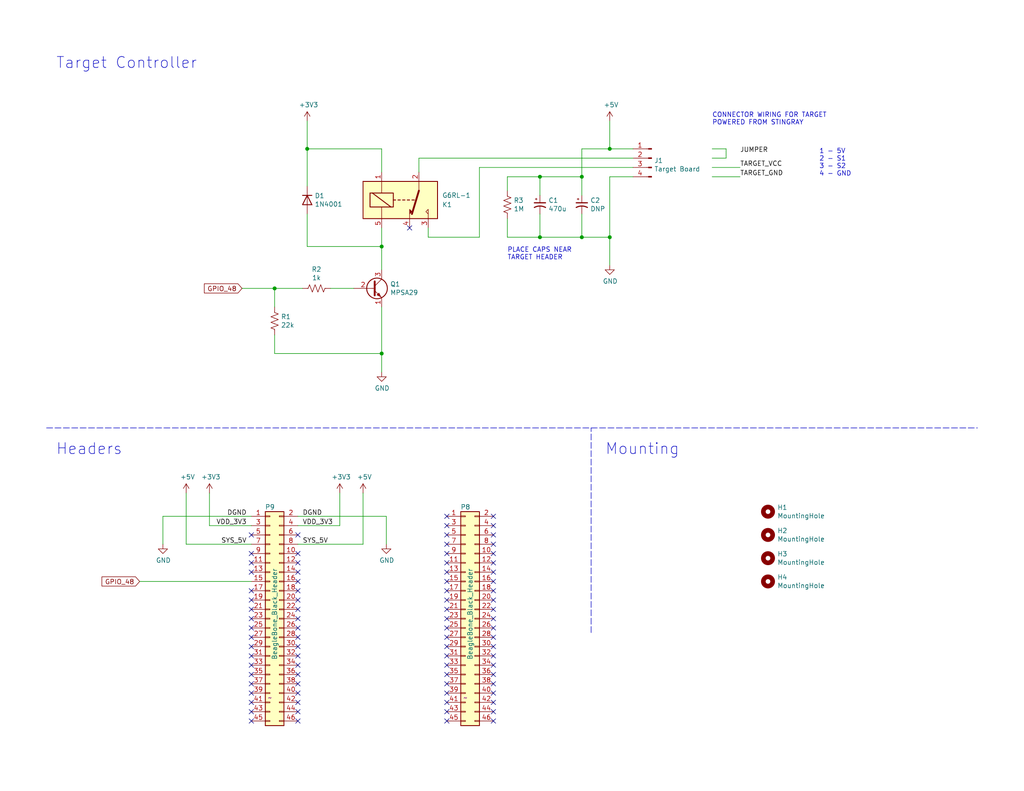
<source format=kicad_sch>
(kicad_sch (version 20211123) (generator eeschema)
  (paper "USLetter")
  (title_block (title "Stingray BBB Cape") (date "2023-01-02") (rev "A2") (company "An Alex McLain Design") (comment 1 "AM"))
  (lib_symbols
    (symbol "Connector:Conn_01x04_Male" (pin_names (offset 1.016) hide)
      (property "Reference" "J" (at 0 5.08 0))
      (property "Value" "Conn_01x04_Male" (at 0 -7.62 0))
      (symbol "Conn_01x04_Male_1_1"
        (polyline (pts (xy 1.27 -5.08) (xy 0.8636 -5.08)) (stroke (width 0.1524)))
        (polyline (pts (xy 1.27 -2.54) (xy 0.8636 -2.54)) (stroke (width 0.1524)))
        (polyline (pts (xy 1.27 0) (xy 0.8636 0)) (stroke (width 0.1524)))
        (polyline (pts (xy 1.27 2.54) (xy 0.8636 2.54)) (stroke (width 0.1524)))
        (rectangle (start 0.8636 -4.953) (end 0 -5.207) (stroke (width 0.1524)) (fill (type outline)))
        (rectangle (start 0.8636 -2.413) (end 0 -2.667) (stroke (width 0.1524)) (fill (type outline)))
        (rectangle (start 0.8636 0.127) (end 0 -0.127) (stroke (width 0.1524)) (fill (type outline)))
        (rectangle (start 0.8636 2.667) (end 0 2.413) (stroke (width 0.1524)) (fill (type outline)))
        (pin passive line (at 5.08 2.54 180) (length 3.81) (name "Pin_1") (number "1"))
        (pin passive line (at 5.08 0 180) (length 3.81) (name "Pin_2") (number "2"))
        (pin passive line (at 5.08 -2.54 180) (length 3.81) (name "Pin_3") (number "3"))
        (pin passive line (at 5.08 -5.08 180) (length 3.81) (name "Pin_4") (number "4"))
      )
    )
    (symbol "Connector_Generic:Conn_02x23_Odd_Even" (pin_names (offset 1.016) hide)
      (property "Reference" "J" (at 1.27 30.48 0))
      (property "Value" "Conn_02x23_Odd_Even" (at 1.27 -30.48 0))
      (symbol "Conn_02x23_Odd_Even_1_1"
        (rectangle (start -1.27 -27.813) (end 0 -28.067) (stroke (width 0.1524)))
        (rectangle (start -1.27 -25.273) (end 0 -25.527) (stroke (width 0.1524)))
        (rectangle (start -1.27 -22.733) (end 0 -22.987) (stroke (width 0.1524)))
        (rectangle (start -1.27 -20.193) (end 0 -20.447) (stroke (width 0.1524)))
        (rectangle (start -1.27 -17.653) (end 0 -17.907) (stroke (width 0.1524)))
        (rectangle (start -1.27 -15.113) (end 0 -15.367) (stroke (width 0.1524)))
        (rectangle (start -1.27 -12.573) (end 0 -12.827) (stroke (width 0.1524)))
        (rectangle (start -1.27 -10.033) (end 0 -10.287) (stroke (width 0.1524)))
        (rectangle (start -1.27 -7.493) (end 0 -7.747) (stroke (width 0.1524)))
        (rectangle (start -1.27 -4.953) (end 0 -5.207) (stroke (width 0.1524)))
        (rectangle (start -1.27 -2.413) (end 0 -2.667) (stroke (width 0.1524)))
        (rectangle (start -1.27 0.127) (end 0 -0.127) (stroke (width 0.1524)))
        (rectangle (start -1.27 2.667) (end 0 2.413) (stroke (width 0.1524)))
        (rectangle (start -1.27 5.207) (end 0 4.953) (stroke (width 0.1524)))
        (rectangle (start -1.27 7.747) (end 0 7.493) (stroke (width 0.1524)))
        (rectangle (start -1.27 10.287) (end 0 10.033) (stroke (width 0.1524)))
        (rectangle (start -1.27 12.827) (end 0 12.573) (stroke (width 0.1524)))
        (rectangle (start -1.27 15.367) (end 0 15.113) (stroke (width 0.1524)))
        (rectangle (start -1.27 17.907) (end 0 17.653) (stroke (width 0.1524)))
        (rectangle (start -1.27 20.447) (end 0 20.193) (stroke (width 0.1524)))
        (rectangle (start -1.27 22.987) (end 0 22.733) (stroke (width 0.1524)))
        (rectangle (start -1.27 25.527) (end 0 25.273) (stroke (width 0.1524)))
        (rectangle (start -1.27 28.067) (end 0 27.813) (stroke (width 0.1524)))
        (rectangle (start -1.27 29.21) (end 3.81 -29.21) (stroke (width 0.254)) (fill (type background)))
        (rectangle (start 3.81 -27.813) (end 2.54 -28.067) (stroke (width 0.1524)))
        (rectangle (start 3.81 -25.273) (end 2.54 -25.527) (stroke (width 0.1524)))
        (rectangle (start 3.81 -22.733) (end 2.54 -22.987) (stroke (width 0.1524)))
        (rectangle (start 3.81 -20.193) (end 2.54 -20.447) (stroke (width 0.1524)))
        (rectangle (start 3.81 -17.653) (end 2.54 -17.907) (stroke (width 0.1524)))
        (rectangle (start 3.81 -15.113) (end 2.54 -15.367) (stroke (width 0.1524)))
        (rectangle (start 3.81 -12.573) (end 2.54 -12.827) (stroke (width 0.1524)))
        (rectangle (start 3.81 -10.033) (end 2.54 -10.287) (stroke (width 0.1524)))
        (rectangle (start 3.81 -7.493) (end 2.54 -7.747) (stroke (width 0.1524)))
        (rectangle (start 3.81 -4.953) (end 2.54 -5.207) (stroke (width 0.1524)))
        (rectangle (start 3.81 -2.413) (end 2.54 -2.667) (stroke (width 0.1524)))
        (rectangle (start 3.81 0.127) (end 2.54 -0.127) (stroke (width 0.1524)))
        (rectangle (start 3.81 2.667) (end 2.54 2.413) (stroke (width 0.1524)))
        (rectangle (start 3.81 5.207) (end 2.54 4.953) (stroke (width 0.1524)))
        (rectangle (start 3.81 7.747) (end 2.54 7.493) (stroke (width 0.1524)))
        (rectangle (start 3.81 10.287) (end 2.54 10.033) (stroke (width 0.1524)))
        (rectangle (start 3.81 12.827) (end 2.54 12.573) (stroke (width 0.1524)))
        (rectangle (start 3.81 15.367) (end 2.54 15.113) (stroke (width 0.1524)))
        (rectangle (start 3.81 17.907) (end 2.54 17.653) (stroke (width 0.1524)))
        (rectangle (start 3.81 20.447) (end 2.54 20.193) (stroke (width 0.1524)))
        (rectangle (start 3.81 22.987) (end 2.54 22.733) (stroke (width 0.1524)))
        (rectangle (start 3.81 25.527) (end 2.54 25.273) (stroke (width 0.1524)))
        (rectangle (start 3.81 28.067) (end 2.54 27.813) (stroke (width 0.1524)))
        (pin passive line (at -5.08 27.94 0) (length 3.81) (name "Pin_1") (number "1"))
        (pin passive line (at 7.62 17.78 180) (length 3.81) (name "Pin_10") (number "10"))
        (pin passive line (at -5.08 15.24 0) (length 3.81) (name "Pin_11") (number "11"))
        (pin passive line (at 7.62 15.24 180) (length 3.81) (name "Pin_12") (number "12"))
        (pin passive line (at -5.08 12.7 0) (length 3.81) (name "Pin_13") (number "13"))
        (pin passive line (at 7.62 12.7 180) (length 3.81) (name "Pin_14") (number "14"))
        (pin passive line (at -5.08 10.16 0) (length 3.81) (name "Pin_15") (number "15"))
        (pin passive line (at 7.62 10.16 180) (length 3.81) (name "Pin_16") (number "16"))
        (pin passive line (at -5.08 7.62 0) (length 3.81) (name "Pin_17") (number "17"))
        (pin passive line (at 7.62 7.62 180) (length 3.81) (name "Pin_18") (number "18"))
        (pin passive line (at -5.08 5.08 0) (length 3.81) (name "Pin_19") (number "19"))
        (pin passive line (at 7.62 27.94 180) (length 3.81) (name "Pin_2") (number "2"))
        (pin passive line (at 7.62 5.08 180) (length 3.81) (name "Pin_20") (number "20"))
        (pin passive line (at -5.08 2.54 0) (length 3.81) (name "Pin_21") (number "21"))
        (pin passive line (at 7.62 2.54 180) (length 3.81) (name "Pin_22") (number "22"))
        (pin passive line (at -5.08 0 0) (length 3.81) (name "Pin_23") (number "23"))
        (pin passive line (at 7.62 0 180) (length 3.81) (name "Pin_24") (number "24"))
        (pin passive line (at -5.08 -2.54 0) (length 3.81) (name "Pin_25") (number "25"))
        (pin passive line (at 7.62 -2.54 180) (length 3.81) (name "Pin_26") (number "26"))
        (pin passive line (at -5.08 -5.08 0) (length 3.81) (name "Pin_27") (number "27"))
        (pin passive line (at 7.62 -5.08 180) (length 3.81) (name "Pin_28") (number "28"))
        (pin passive line (at -5.08 -7.62 0) (length 3.81) (name "Pin_29") (number "29"))
        (pin passive line (at -5.08 25.4 0) (length 3.81) (name "Pin_3") (number "3"))
        (pin passive line (at 7.62 -7.62 180) (length 3.81) (name "Pin_30") (number "30"))
        (pin passive line (at -5.08 -10.16 0) (length 3.81) (name "Pin_31") (number "31"))
        (pin passive line (at 7.62 -10.16 180) (length 3.81) (name "Pin_32") (number "32"))
        (pin passive line (at -5.08 -12.7 0) (length 3.81) (name "Pin_33") (number "33"))
        (pin passive line (at 7.62 -12.7 180) (length 3.81) (name "Pin_34") (number "34"))
        (pin passive line (at -5.08 -15.24 0) (length 3.81) (name "Pin_35") (number "35"))
        (pin passive line (at 7.62 -15.24 180) (length 3.81) (name "Pin_36") (number "36"))
        (pin passive line (at -5.08 -17.78 0) (length 3.81) (name "Pin_37") (number "37"))
        (pin passive line (at 7.62 -17.78 180) (length 3.81) (name "Pin_38") (number "38"))
        (pin passive line (at -5.08 -20.32 0) (length 3.81) (name "Pin_39") (number "39"))
        (pin passive line (at 7.62 25.4 180) (length 3.81) (name "Pin_4") (number "4"))
        (pin passive line (at 7.62 -20.32 180) (length 3.81) (name "Pin_40") (number "40"))
        (pin passive line (at -5.08 -22.86 0) (length 3.81) (name "Pin_41") (number "41"))
        (pin passive line (at 7.62 -22.86 180) (length 3.81) (name "Pin_42") (number "42"))
        (pin passive line (at -5.08 -25.4 0) (length 3.81) (name "Pin_43") (number "43"))
        (pin passive line (at 7.62 -25.4 180) (length 3.81) (name "Pin_44") (number "44"))
        (pin passive line (at -5.08 -27.94 0) (length 3.81) (name "Pin_45") (number "45"))
        (pin passive line (at 7.62 -27.94 180) (length 3.81) (name "Pin_46") (number "46"))
        (pin passive line (at -5.08 22.86 0) (length 3.81) (name "Pin_5") (number "5"))
        (pin passive line (at 7.62 22.86 180) (length 3.81) (name "Pin_6") (number "6"))
        (pin passive line (at -5.08 20.32 0) (length 3.81) (name "Pin_7") (number "7"))
        (pin passive line (at 7.62 20.32 180) (length 3.81) (name "Pin_8") (number "8"))
        (pin passive line (at -5.08 17.78 0) (length 3.81) (name "Pin_9") (number "9"))
      )
    )
    (symbol "Device:C_Polarized_Small_US" (pin_numbers hide) (pin_names (offset 0.254) hide)
      (property "Reference" "C" (at 0.254 1.778 0))
      (property "Value" "C_Polarized_Small_US" (at 0.254 -2.032 0))
      (symbol "C_Polarized_Small_US_0_1"
        (polyline (pts (xy -1.524 0.508) (xy 1.524 0.508)) (stroke (width 0.3048)))
        (polyline (pts (xy -1.27 1.524) (xy -0.762 1.524)))
        (polyline (pts (xy -1.016 1.27) (xy -1.016 1.778)))
        (arc (start 1.524 -0.762) (mid 0 -0.3734) (end -1.524 -0.762) (stroke (width 0.3048)))
      )
      (symbol "C_Polarized_Small_US_1_1"
        (pin passive line (at 0 2.54 270) (length 2.032) (name "~") (number "1"))
        (pin passive line (at 0 -2.54 90) (length 2.032) (name "~") (number "2"))
      )
    )
    (symbol "Device:R_US" (pin_numbers hide) (pin_names (offset 0))
      (property "Reference" "R" (at 2.54 0 90))
      (property "Value" "R_US" (at -2.54 0 90))
      (symbol "R_US_0_1"
        (polyline (pts (xy 0 -2.286) (xy 0 -2.54)))
        (polyline (pts (xy 0 2.286) (xy 0 2.54)))
        (polyline (pts (xy 0 -0.762) (xy 1.016 -1.143) (xy 0 -1.524) (xy -1.016 -1.905) (xy 0 -2.286)))
        (polyline (pts (xy 0 0.762) (xy 1.016 0.381) (xy 0 0) (xy -1.016 -0.381) (xy 0 -0.762)))
        (polyline (pts (xy 0 2.286) (xy 1.016 1.905) (xy 0 1.524) (xy -1.016 1.143) (xy 0 0.762)))
      )
      (symbol "R_US_1_1"
        (pin passive line (at 0 3.81 270) (length 1.27) (name "~") (number "1"))
        (pin passive line (at 0 -3.81 90) (length 1.27) (name "~") (number "2"))
      )
    )
    (symbol "Diode:1N4001" (pin_numbers hide) (pin_names hide)
      (property "Reference" "D" (at 0 2.54 0))
      (property "Value" "1N4001" (at 0 -2.54 0))
      (symbol "1N4001_0_1"
        (polyline (pts (xy -1.27 1.27) (xy -1.27 -1.27)) (stroke (width 0.254)))
        (polyline (pts (xy 1.27 0) (xy -1.27 0)))
        (polyline (pts (xy 1.27 1.27) (xy 1.27 -1.27) (xy -1.27 0) (xy 1.27 1.27)) (stroke (width 0.254)))
      )
      (symbol "1N4001_1_1"
        (pin passive line (at -3.81 0 0) (length 2.54) (name "K") (number "1"))
        (pin passive line (at 3.81 0 180) (length 2.54) (name "A") (number "2"))
      )
    )
    (symbol "Mechanical:MountingHole" (pin_names (offset 1.016))
      (property "Reference" "H" (at 0 5.08 0))
      (property "Value" "MountingHole" (at 0 3.175 0))
      (symbol "MountingHole_0_1"
        (circle (center 0 0) (radius 1.27) (stroke (width 1.27)))
      )
    )
    (symbol "Transistor_BJT:MPSA42" (pin_names (offset 1.016) hide)
      (property "Reference" "Q" (at 5.08 1.905 0))
      (property "Value" "MPSA42" (at 5.08 0 0))
      (symbol "MPSA42_0_1"
        (polyline (pts (xy 0 0) (xy 0.635 0)))
        (polyline (pts (xy 0.635 0.635) (xy 2.54 2.54)))
        (polyline (pts (xy 0.635 -0.635) (xy 2.54 -2.54) (xy 2.54 -2.54)))
        (polyline (pts (xy 0.635 1.905) (xy 0.635 -1.905) (xy 0.635 -1.905)) (stroke (width 0.508)))
        (polyline (pts (xy 1.27 -1.778) (xy 1.778 -1.27) (xy 2.286 -2.286) (xy 1.27 -1.778) (xy 1.27 -1.778)) (fill (type outline)))
        (circle (center 1.27 0) (radius 2.8194) (stroke (width 0.254)))
      )
      (symbol "MPSA42_1_1"
        (pin passive line (at 2.54 -5.08 90) (length 2.54) (name "E") (number "1"))
        (pin input line (at -5.08 0 0) (length 5.08) (name "B") (number "2"))
        (pin passive line (at 2.54 5.08 270) (length 2.54) (name "C") (number "3"))
      )
    )
    (symbol "am_omron:G6RL-1"
      (property "Reference" "K" (at 11.43 2.54 0))
      (property "Value" "G6RL-1" (at 11.43 0 0))
      (symbol "G6RL-1_0_0"
        (polyline (pts (xy 7.62 -5.08) (xy 7.62 -2.54) (xy 6.985 -3.175) (xy 7.62 -3.81)))
      )
      (symbol "G6RL-1_0_1"
        (rectangle (start -10.16 -5.08) (end 10.16 5.08) (stroke (width 0.254)) (fill (type background)))
        (rectangle (start -8.255 -1.905) (end -1.905 1.905) (stroke (width 0.254)))
        (polyline (pts (xy -7.62 1.905) (xy -2.54 -1.905)) (stroke (width 0.254)))
        (polyline (pts (xy -5.08 -5.08) (xy -5.08 -1.905)))
        (polyline (pts (xy -5.08 5.08) (xy -5.08 1.905)))
        (polyline (pts (xy -1.905 0) (xy -1.27 0)) (stroke (width 0.254)))
        (polyline (pts (xy -0.635 0) (xy 0 0)) (stroke (width 0.254)))
        (polyline (pts (xy 0.635 0) (xy 1.27 0)) (stroke (width 0.254)))
        (polyline (pts (xy 1.905 0) (xy 2.54 0)) (stroke (width 0.254)))
        (polyline (pts (xy 3.175 0) (xy 3.81 0)) (stroke (width 0.254)))
        (polyline (pts (xy 5.08 2.54) (xy 3.175 -3.81)) (stroke (width 0.508)))
        (polyline (pts (xy 5.08 2.54) (xy 5.08 5.08)))
        (polyline (pts (xy 2.54 -5.08) (xy 2.54 -2.54) (xy 3.175 -3.175) (xy 2.54 -3.81)) (fill (type outline)))
      )
      (symbol "G6RL-1_1_1"
        (pin passive line (at -5.08 7.62 270) (length 2.54) (name "~") (number "1"))
        (pin passive line (at 5.08 7.62 270) (length 2.54) (name "~") (number "2"))
        (pin passive line (at 7.62 -7.62 90) (length 2.54) (name "~") (number "3"))
        (pin passive line (at 2.54 -7.62 90) (length 2.54) (name "~") (number "4"))
        (pin passive line (at -5.08 -7.62 90) (length 2.54) (name "~") (number "5"))
      )
    )
    (symbol "power:+3V3" (power) (pin_names (offset 0))
      (property "Value" "+3V3" (at 0 3.556 0))
      (symbol "+3V3_0_1"
        (polyline (pts (xy -0.762 1.27) (xy 0 2.54)))
        (polyline (pts (xy 0 0) (xy 0 2.54)))
        (polyline (pts (xy 0 2.54) (xy 0.762 1.27)))
      )
      (symbol "+3V3_1_1"
        (pin power_in line (at 0 0 90) (length 0) hide (name "+3V3") (number "1"))
      )
    )
    (symbol "power:+5V" (power) (pin_names (offset 0))
      (property "Value" "+5V" (at 0 3.556 0))
      (symbol "+5V_0_1"
        (polyline (pts (xy -0.762 1.27) (xy 0 2.54)))
        (polyline (pts (xy 0 0) (xy 0 2.54)))
        (polyline (pts (xy 0 2.54) (xy 0.762 1.27)))
      )
      (symbol "+5V_1_1"
        (pin power_in line (at 0 0 90) (length 0) hide (name "+5V") (number "1"))
      )
    )
    (symbol "power:GND" (power) (pin_names (offset 0))
      (property "Value" "GND" (at 0 -3.81 0))
      (symbol "GND_0_1"
        (polyline (pts (xy 0 0) (xy 0 -1.27) (xy 1.27 -1.27) (xy 0 -2.54) (xy -1.27 -1.27) (xy 0 -1.27)))
      )
      (symbol "GND_1_1"
        (pin power_in line (at 0 0 270) (length 0) hide (name "GND") (number "1"))
      )
    )
  )
  (junction (at 83.82 40.64))
  (junction (at 158.75 64.77))
  (junction (at 104.14 96.52))
  (junction (at 166.37 64.77))
  (junction (at 104.14 67.31))
  (junction (at 166.37 40.64))
  (junction (at 158.75 48.26))
  (junction (at 147.32 48.26))
  (junction (at 74.93 78.74))
  (junction (at 147.32 64.77))
  (no_connect (at 121.92 184.15))
  (no_connect (at 68.58 163.83))
  (no_connect (at 134.62 173.99))
  (no_connect (at 134.62 158.75))
  (no_connect (at 121.92 194.31))
  (no_connect (at 68.58 181.61))
  (no_connect (at 121.92 196.85))
  (no_connect (at 68.58 146.05))
  (no_connect (at 81.28 173.99))
  (no_connect (at 121.92 186.69))
  (no_connect (at 134.62 171.45))
  (no_connect (at 121.92 189.23))
  (no_connect (at 81.28 179.07))
  (no_connect (at 121.92 163.83))
  (no_connect (at 68.58 156.21))
  (no_connect (at 81.28 146.05))
  (no_connect (at 68.58 191.77))
  (no_connect (at 68.58 196.85))
  (no_connect (at 81.28 176.53))
  (no_connect (at 134.62 196.85))
  (no_connect (at 134.62 184.15))
  (no_connect (at 134.62 181.61))
  (no_connect (at 81.28 184.15))
  (no_connect (at 81.28 158.75))
  (no_connect (at 81.28 153.67))
  (no_connect (at 134.62 140.97))
  (no_connect (at 68.58 173.99))
  (no_connect (at 134.62 161.29))
  (no_connect (at 134.62 176.53))
  (no_connect (at 68.58 168.91))
  (no_connect (at 121.92 179.07))
  (no_connect (at 121.92 171.45))
  (no_connect (at 121.92 173.99))
  (no_connect (at 68.58 161.29))
  (no_connect (at 81.28 191.77))
  (no_connect (at 68.58 171.45))
  (no_connect (at 121.92 166.37))
  (no_connect (at 81.28 161.29))
  (no_connect (at 68.58 151.13))
  (no_connect (at 121.92 181.61))
  (no_connect (at 68.58 189.23))
  (no_connect (at 81.28 181.61))
  (no_connect (at 134.62 156.21))
  (no_connect (at 68.58 176.53))
  (no_connect (at 81.28 171.45))
  (no_connect (at 134.62 168.91))
  (no_connect (at 121.92 148.59))
  (no_connect (at 81.28 196.85))
  (no_connect (at 121.92 191.77))
  (no_connect (at 134.62 146.05))
  (no_connect (at 121.92 158.75))
  (no_connect (at 121.92 161.29))
  (no_connect (at 121.92 153.67))
  (no_connect (at 134.62 143.51))
  (no_connect (at 134.62 166.37))
  (no_connect (at 111.76 62.23))
  (no_connect (at 134.62 153.67))
  (no_connect (at 81.28 156.21))
  (no_connect (at 81.28 194.31))
  (no_connect (at 121.92 176.53))
  (no_connect (at 134.62 163.83))
  (no_connect (at 81.28 166.37))
  (no_connect (at 121.92 146.05))
  (no_connect (at 121.92 156.21))
  (no_connect (at 81.28 186.69))
  (no_connect (at 81.28 151.13))
  (no_connect (at 121.92 168.91))
  (no_connect (at 121.92 140.97))
  (no_connect (at 68.58 194.31))
  (no_connect (at 68.58 186.69))
  (no_connect (at 134.62 191.77))
  (no_connect (at 134.62 189.23))
  (no_connect (at 81.28 163.83))
  (no_connect (at 81.28 168.91))
  (no_connect (at 134.62 194.31))
  (no_connect (at 134.62 179.07))
  (no_connect (at 68.58 166.37))
  (no_connect (at 134.62 186.69))
  (no_connect (at 81.28 189.23))
  (no_connect (at 68.58 184.15))
  (no_connect (at 68.58 179.07))
  (no_connect (at 134.62 151.13))
  (no_connect (at 68.58 153.67))
  (no_connect (at 121.92 143.51))
  (no_connect (at 134.62 148.59))
  (no_connect (at 121.92 151.13))
  (wire (pts (xy 158.75 48.26) (xy 158.75 53.34)))
  (wire (pts (xy 104.14 83.82) (xy 104.14 96.52)))
  (wire (pts (xy 158.75 64.77) (xy 166.37 64.77)))
  (wire (pts (xy 44.45 140.97) (xy 44.45 148.59)))
  (wire (pts (xy 130.81 64.77) (xy 130.81 45.72)))
  (wire (pts (xy 50.8 134.62) (xy 50.8 148.59)))
  (wire (pts (xy 74.93 96.52) (xy 104.14 96.52)))
  (wire (pts (xy 104.14 40.64) (xy 104.14 46.99)))
  (wire (pts (xy 105.41 140.97) (xy 105.41 148.59)))
  (wire (pts (xy 114.3 43.18) (xy 172.72 43.18)))
  (wire (pts (xy 198.12 40.64) (xy 198.12 43.18)))
  (wire (pts (xy 83.82 33.02) (xy 83.82 40.64)))
  (wire (pts (xy 38.1 158.75) (xy 68.58 158.75)))
  (wire (pts (xy 194.31 48.26) (xy 201.93 48.26)))
  (wire (pts (xy 147.32 64.77) (xy 158.75 64.77)))
  (wire (pts (xy 83.82 58.42) (xy 83.82 67.31)))
  (wire (pts (xy 138.43 59.69) (xy 138.43 64.77)))
  (wire (pts (xy 74.93 78.74) (xy 74.93 83.82)))
  (wire (pts (xy 83.82 40.64) (xy 83.82 50.8)))
  (wire (pts (xy 66.04 78.74) (xy 74.93 78.74)))
  (wire (pts (xy 116.84 62.23) (xy 116.84 64.77)))
  (wire (pts (xy 158.75 40.64) (xy 166.37 40.64)))
  (wire (pts (xy 147.32 58.42) (xy 147.32 64.77)))
  (wire (pts (xy 104.14 40.64) (xy 83.82 40.64)))
  (wire (pts (xy 104.14 62.23) (xy 104.14 67.31)))
  (wire (pts (xy 81.28 140.97) (xy 105.41 140.97)))
  (wire (pts (xy 104.14 101.6) (xy 104.14 96.52)))
  (wire (pts (xy 114.3 46.99) (xy 114.3 43.18)))
  (wire (pts (xy 57.15 134.62) (xy 57.15 143.51)))
  (wire (pts (xy 81.28 143.51) (xy 92.71 143.51)))
  (wire (pts (xy 147.32 48.26) (xy 138.43 48.26)))
  (polyline (pts (xy 161.29 172.72) (xy 161.29 116.84)))
  (wire (pts (xy 104.14 67.31) (xy 104.14 73.66)))
  (wire (pts (xy 57.15 143.51) (xy 68.58 143.51)))
  (wire (pts (xy 74.93 91.44) (xy 74.93 96.52)))
  (wire (pts (xy 147.32 48.26) (xy 158.75 48.26)))
  (wire (pts (xy 166.37 64.77) (xy 166.37 72.39)))
  (wire (pts (xy 99.06 148.59) (xy 81.28 148.59)))
  (wire (pts (xy 194.31 45.72) (xy 201.93 45.72)))
  (wire (pts (xy 50.8 148.59) (xy 68.58 148.59)))
  (wire (pts (xy 172.72 48.26) (xy 166.37 48.26)))
  (wire (pts (xy 130.81 45.72) (xy 172.72 45.72)))
  (wire (pts (xy 166.37 40.64) (xy 172.72 40.64)))
  (wire (pts (xy 198.12 43.18) (xy 194.31 43.18)))
  (wire (pts (xy 138.43 48.26) (xy 138.43 52.07)))
  (wire (pts (xy 68.58 140.97) (xy 44.45 140.97)))
  (wire (pts (xy 166.37 48.26) (xy 166.37 64.77)))
  (wire (pts (xy 83.82 67.31) (xy 104.14 67.31)))
  (polyline (pts (xy 161.29 116.84) (xy 266.7 116.84)))
  (wire (pts (xy 158.75 48.26) (xy 158.75 40.64)))
  (wire (pts (xy 147.32 48.26) (xy 147.32 53.34)))
  (wire (pts (xy 90.17 78.74) (xy 96.52 78.74)))
  (wire (pts (xy 116.84 64.77) (xy 130.81 64.77)))
  (wire (pts (xy 74.93 78.74) (xy 82.55 78.74)))
  (wire (pts (xy 99.06 134.62) (xy 99.06 148.59)))
  (polyline (pts (xy 12.7 116.84) (xy 161.29 116.84)))
  (wire (pts (xy 147.32 64.77) (xy 138.43 64.77)))
  (wire (pts (xy 92.71 134.62) (xy 92.71 143.51)))
  (wire (pts (xy 194.31 40.64) (xy 198.12 40.64)))
  (wire (pts (xy 158.75 58.42) (xy 158.75 64.77)))
  (wire (pts (xy 166.37 33.02) (xy 166.37 40.64)))
  (text "Headers" (at 15.24 124.46 0) (effects (font (size 3 3)) (justify left bottom)))
  (text "Target Controller" (at 15.24 19.05 0) (effects (font (size 3 3)) (justify left bottom)))
  (text "1 - 5V\n2 - S1\n3 - S2\n4 - GND" (at 223.52 48.26 0) (effects (font (size 1.27 1.27)) (justify left bottom)))
  (text "Mounting" (at 165.1 124.46 0) (effects (font (size 3 3)) (justify left bottom)))
  (text "PLACE CAPS NEAR\nTARGET HEADER" (at 138.43 71.12 0) (effects (font (size 1.27 1.27)) (justify left bottom)))
  (text "CONNECTOR WIRING FOR TARGET\nPOWERED FROM STINGRAY" (at 194.31 34.29 0) (effects (font (size 1.27 1.27)) (justify left bottom)))
  (label "JUMPER" (at 201.93 41.91 0))
  (label "DGND" (at 67.31 140.97 180))
  (label "VDD_3V3" (at 67.31 143.51 180))
  (label "TARGET_VCC" (at 201.93 45.72 0))
  (label "DGND" (at 82.55 140.97 0))
  (label "TARGET_GND" (at 201.93 48.26 0))
  (label "VDD_3V3" (at 82.55 143.51 0))
  (label "SYS_5V" (at 82.55 148.59 0))
  (label "SYS_5V" (at 67.31 148.59 180))
  (global_label "GPIO_48" (shape input) (at 38.1 158.75 180) (property "Intersheet References" "${INTERSHEET_REFS}" (effects hide)))
  (global_label "GPIO_48" (shape input) (at 66.04 78.74 180) (property "Intersheet References" "${INTERSHEET_REFS}" (effects hide)))
  (symbol (lib_id "Connector_Generic:Conn_02x23_Odd_Even") (at 73.66 168.91 0) (unit 1)
    (property "Reference" "P9" (at 73.66 138.43 0))
    (property "Value" "BeagleBone_Black_Header" (at 74.93 167.64 90))
    (property "Footprint" "Socket_BeagleBone_Black:Socket_BeagleBone_Black" (effects hide))
    (property "Datasheet" "~" (at 73.66 190.5 0) (effects (font (size 1.524 1.524))))
  )
  (symbol (lib_id "Connector_Generic:Conn_02x23_Odd_Even") (at 127 168.91 0) (unit 1)
    (property "Reference" "P8" (at 127 138.43 0))
    (property "Value" "BeagleBone_Black_Header" (at 128.27 167.64 90))
    (property "Footprint" "Socket_BeagleBone_Black:Socket_BeagleBone_Black" (effects hide))
    (property "Datasheet" "~" (at 127 190.5 0) (effects (font (size 1.524 1.524))))
  )
  (symbol (lib_id "Transistor_BJT:MPSA42") (at 101.6 78.74 0) (unit 1)
    (property "Reference" "Q1" (at 106.4514 77.5716 0) (effects (justify left)))
    (property "Value" "MPSA29" (at 106.4514 79.883 0) (effects (justify left)))
    (property "Footprint" "Package_TO_SOT_THT:TO-92_Inline" (effects hide))
    (property "Datasheet" "http://www.onsemi.com/pub_link/Collateral/MPSA42-D.PDF" (effects hide))
  )
  (symbol (lib_id "Diode:1N4001") (at 83.82 54.61 270) (unit 1)
    (property "Reference" "D1" (at 85.852 53.4416 90) (effects (justify left)))
    (property "Value" "1N4001" (at 85.852 55.753 90) (effects (justify left)))
    (property "Footprint" "Diode_THT:D_DO-41_SOD81_P10.16mm_Horizontal" (effects hide))
    (property "Datasheet" "http://www.vishay.com/docs/88503/1n4001.pdf" (effects hide))
  )
  (symbol (lib_id "power:GND") (at 104.14 101.6 0) (unit 1)
    (property "Reference" "#PWR0101" (effects hide))
    (property "Value" "GND" (at 104.267 105.9942 0))
  )
  (symbol (lib_id "power:+3V3") (at 83.82 33.02 0) (unit 1)
    (property "Reference" "#VDD_3V03" (effects hide))
    (property "Value" "+3V3" (at 84.201 28.6258 0))
  )
  (symbol (lib_id "Device:R_US") (at 74.93 87.63 0) (unit 1)
    (property "Reference" "R1" (at 76.6572 86.4616 0) (effects (justify left)))
    (property "Value" "22k" (at 76.6572 88.773 0) (effects (justify left)))
    (property "Footprint" "Resistor_THT:R_Axial_DIN0207_L6.3mm_D2.5mm_P10.16mm_Horizontal" (effects hide))
  )
  (symbol (lib_id "Device:R_US") (at 86.36 78.74 270) (unit 1)
    (property "Reference" "R2" (at 86.36 73.533 90))
    (property "Value" "1k" (at 86.36 75.8444 90))
    (property "Footprint" "Resistor_THT:R_Axial_DIN0207_L6.3mm_D2.5mm_P10.16mm_Horizontal" (effects hide))
  )
  (symbol (lib_id "am_omron:G6RL-1") (at 109.22 54.61 0) (unit 1)
    (property "Reference" "K1" (at 120.65 55.88 0) (effects (justify left)))
    (property "Value" "G6RL-1" (at 120.65 53.34 0) (effects (justify left)))
    (property "Footprint" "Relay_THT:Relay_SPDT_Omron_G6RL-1" (effects hide))
    (property "Datasheet" "https://omronfs.omron.com/en_US/ecb/products/pdf/en-g6rl.pdf" (effects hide))
  )
  (symbol (lib_id "Connector:Conn_01x04_Male") (at 177.8 43.18 0) (mirror y) (unit 1)
    (property "Reference" "J1" (at 178.5112 43.8404 0) (effects (justify right)))
    (property "Value" "Target Board" (at 178.5112 46.1518 0) (effects (justify right)))
    (property "Footprint" "Connector_Phoenix_MC:PhoenixContact_MC_1,5_4-G-3.81_1x04_P3.81mm_Horizontal" (effects hide))
  )
  (symbol (lib_id "power:+5V") (at 166.37 33.02 0) (unit 1)
    (property "Reference" "#PWR0102" (effects hide))
    (property "Value" "+5V" (at 166.751 28.6258 0))
  )
  (symbol (lib_id "Device:C_Polarized_Small_US") (at 147.32 55.88 0) (unit 1)
    (property "Reference" "C1" (at 149.6314 54.7116 0) (effects (justify left)))
    (property "Value" "470u" (at 149.6314 57.023 0) (effects (justify left)))
    (property "Footprint" "Capacitor_THT:CP_Radial_D8.0mm_P5.00mm" (effects hide))
  )
  (symbol (lib_id "Device:R_US") (at 138.43 55.88 0) (unit 1)
    (property "Reference" "R3" (at 140.1572 54.7116 0) (effects (justify left)))
    (property "Value" "1M" (at 140.1572 57.023 0) (effects (justify left)))
    (property "Footprint" "Resistor_THT:R_Axial_DIN0207_L6.3mm_D2.5mm_P10.16mm_Horizontal" (effects hide))
  )
  (symbol (lib_id "power:GND") (at 166.37 72.39 0) (unit 1)
    (property "Reference" "#PWR0103" (effects hide))
    (property "Value" "GND" (at 166.497 76.7842 0))
  )
  (symbol (lib_id "Mechanical:MountingHole") (at 209.55 139.7 0) (unit 1)
    (property "Reference" "H1" (at 212.09 138.5316 0) (effects (justify left)))
    (property "Value" "MountingHole" (at 212.09 140.843 0) (effects (justify left)))
    (property "Footprint" "MountingHole:MountingHole_3.2mm_M3" (effects hide))
  )
  (symbol (lib_id "Mechanical:MountingHole") (at 209.55 146.05 0) (unit 1)
    (property "Reference" "H2" (at 212.09 144.8816 0) (effects (justify left)))
    (property "Value" "MountingHole" (at 212.09 147.193 0) (effects (justify left)))
    (property "Footprint" "MountingHole:MountingHole_3.2mm_M3" (effects hide))
  )
  (symbol (lib_id "Mechanical:MountingHole") (at 209.55 152.4 0) (unit 1)
    (property "Reference" "H3" (at 212.09 151.2316 0) (effects (justify left)))
    (property "Value" "MountingHole" (at 212.09 153.543 0) (effects (justify left)))
    (property "Footprint" "MountingHole:MountingHole_3.2mm_M3" (effects hide))
  )
  (symbol (lib_id "Mechanical:MountingHole") (at 209.55 158.75 0) (unit 1)
    (property "Reference" "H4" (at 212.09 157.5816 0) (effects (justify left)))
    (property "Value" "MountingHole" (at 212.09 159.893 0) (effects (justify left)))
    (property "Footprint" "MountingHole:MountingHole_3.2mm_M3" (effects hide))
  )
  (symbol (lib_id "power:+3V3") (at 57.15 134.62 0) (unit 1)
    (property "Reference" "#VDD_3V0101" (effects hide))
    (property "Value" "+3V3" (at 57.531 130.2258 0))
  )
  (symbol (lib_id "power:+5V") (at 50.8 134.62 0) (unit 1)
    (property "Reference" "#PWR0104" (effects hide))
    (property "Value" "+5V" (at 51.181 130.2258 0))
  )
  (symbol (lib_id "power:GND") (at 44.45 148.59 0) (unit 1)
    (property "Reference" "#PWR0105" (effects hide))
    (property "Value" "GND" (at 44.577 152.9842 0))
  )
  (symbol (lib_id "Device:C_Polarized_Small_US") (at 158.75 55.88 0) (unit 1)
    (property "Reference" "C2" (at 161.0614 54.7116 0) (effects (justify left)))
    (property "Value" "DNP" (at 161.0614 57.023 0) (effects (justify left)))
    (property "Footprint" "Capacitor_THT:CP_Radial_D8.0mm_P5.00mm" (effects hide))
  )
  (symbol (lib_id "power:+3V3") (at 92.71 134.62 0) (unit 1)
    (property "Reference" "#VDD_3V0102" (effects hide))
    (property "Value" "+3V3" (at 93.091 130.2258 0))
  )
  (symbol (lib_id "power:+5V") (at 99.06 134.62 0) (unit 1)
    (property "Reference" "#PWR0106" (effects hide))
    (property "Value" "+5V" (at 99.441 130.2258 0))
  )
  (symbol (lib_id "power:GND") (at 105.41 148.59 0) (unit 1)
    (property "Reference" "#PWR0107" (effects hide))
    (property "Value" "GND" (at 105.537 152.9842 0))
  )
)
</source>
